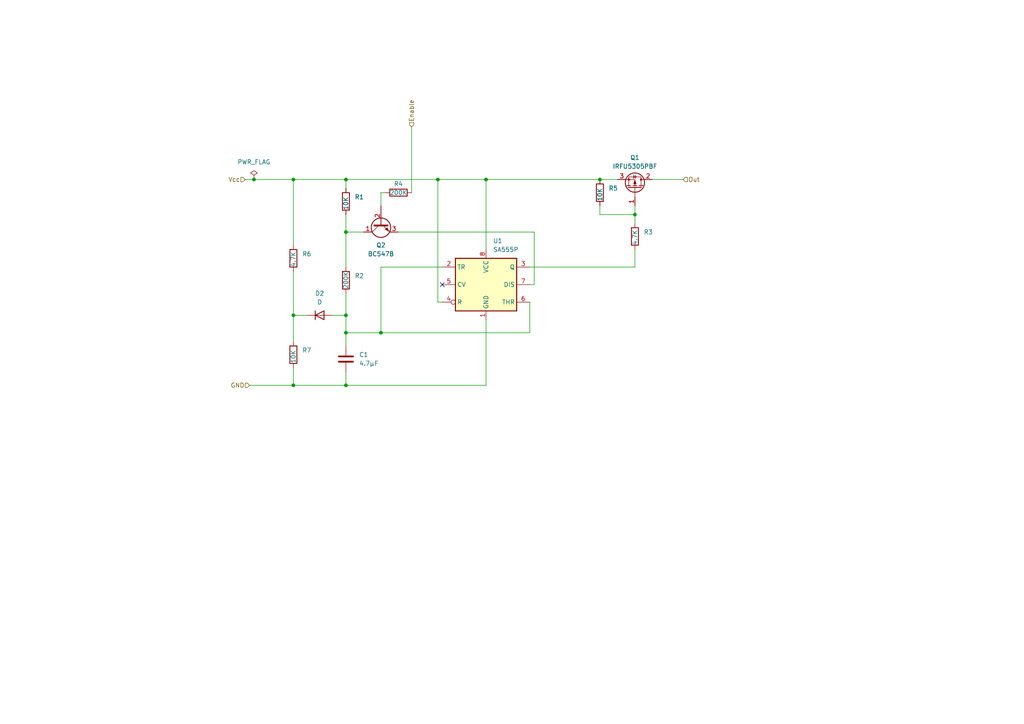
<source format=kicad_sch>
(kicad_sch (version 20211123) (generator eeschema)
  (paper "A4")
  (title_block (title "Module clignotant") (date "2025-01-08") (company "Vélo solaire pour tous") (comment 1 "Licence CERN-OHL-S version 2"))
  (lib_symbols
    (symbol "Device:C" (pin_numbers hide) (pin_names (offset 0.254))
      (property "Reference" "C" (at 0.635 2.54 0))
      (property "Value" "C" (at 0.635 -2.54 0))
      (symbol "C_0_1"
        (polyline (pts (xy -2.032 -0.762) (xy 2.032 -0.762)) (stroke (width 0.508)))
        (polyline (pts (xy -2.032 0.762) (xy 2.032 0.762)) (stroke (width 0.508)))
      )
      (symbol "C_1_1"
        (pin passive line (at 0 3.81 270) (length 2.794) (name "~") (number "1"))
        (pin passive line (at 0 -3.81 90) (length 2.794) (name "~") (number "2"))
      )
    )
    (symbol "Device:D" (pin_numbers hide) (pin_names (offset 1.016) hide)
      (property "Reference" "D" (at 0 2.54 0))
      (property "Value" "D" (at 0 -2.54 0))
      (symbol "D_0_1"
        (polyline (pts (xy -1.27 1.27) (xy -1.27 -1.27)) (stroke (width 0.254)))
        (polyline (pts (xy 1.27 0) (xy -1.27 0)))
        (polyline (pts (xy 1.27 1.27) (xy 1.27 -1.27) (xy -1.27 0) (xy 1.27 1.27)) (stroke (width 0.254)))
      )
      (symbol "D_1_1"
        (pin passive line (at -3.81 0 0) (length 2.54) (name "K") (number "1"))
        (pin passive line (at 3.81 0 180) (length 2.54) (name "A") (number "2"))
      )
    )
    (symbol "Device:Q_NPN_CBE" (pin_names (offset 0) hide)
      (property "Reference" "Q" (at 5.08 1.27 0))
      (property "Value" "Q_NPN_CBE" (at 5.08 -1.27 0))
      (symbol "Q_NPN_CBE_0_1"
        (polyline (pts (xy 0.635 0.635) (xy 2.54 2.54)))
        (polyline (pts (xy 0.635 -0.635) (xy 2.54 -2.54) (xy 2.54 -2.54)))
        (polyline (pts (xy 0.635 1.905) (xy 0.635 -1.905) (xy 0.635 -1.905)) (stroke (width 0.508)))
        (polyline (pts (xy 1.27 -1.778) (xy 1.778 -1.27) (xy 2.286 -2.286) (xy 1.27 -1.778) (xy 1.27 -1.778)) (fill (type outline)))
        (circle (center 1.27 0) (radius 2.8194) (stroke (width 0.254)))
      )
      (symbol "Q_NPN_CBE_1_1"
        (pin passive line (at 2.54 5.08 270) (length 2.54) (name "C") (number "1"))
        (pin input line (at -5.08 0 0) (length 5.715) (name "B") (number "2"))
        (pin passive line (at 2.54 -5.08 90) (length 2.54) (name "E") (number "3"))
      )
    )
    (symbol "Device:R" (pin_numbers hide) (pin_names (offset 0))
      (property "Reference" "R" (at 2.032 0 90))
      (property "Value" "R" (at 0 0 90))
      (symbol "R_0_1"
        (rectangle (start -1.016 -2.54) (end 1.016 2.54) (stroke (width 0.254)))
      )
      (symbol "R_1_1"
        (pin passive line (at 0 3.81 270) (length 1.27) (name "~") (number "1"))
        (pin passive line (at 0 -3.81 90) (length 1.27) (name "~") (number "2"))
      )
    )
    (symbol "Timer:SA555P"
      (property "Reference" "U" (at -10.16 8.89 0))
      (property "Value" "SA555P" (at 2.54 8.89 0))
      (symbol "SA555P_0_0"
        (pin power_in line (at 0 -10.16 90) (length 2.54) (name "GND") (number "1"))
        (pin power_in line (at 0 10.16 270) (length 2.54) (name "VCC") (number "8"))
      )
      (symbol "SA555P_0_1"
        (rectangle (start -8.89 -7.62) (end 8.89 7.62) (stroke (width 0.254)) (fill (type background)))
        (rectangle (start -8.89 -7.62) (end 8.89 7.62) (stroke (width 0.254)) (fill (type background)))
      )
      (symbol "SA555P_1_1"
        (pin input line (at -12.7 5.08 0) (length 3.81) (name "TR") (number "2"))
        (pin output line (at 12.7 5.08 180) (length 3.81) (name "Q") (number "3"))
        (pin input inverted (at -12.7 -5.08 0) (length 3.81) (name "R") (number "4"))
        (pin input line (at -12.7 0 0) (length 3.81) (name "CV") (number "5"))
        (pin input line (at 12.7 -5.08 180) (length 3.81) (name "THR") (number "6"))
        (pin input line (at 12.7 0 180) (length 3.81) (name "DIS") (number "7"))
      )
    )
    (symbol "Transistor_FET:FQP27P06" (pin_names hide)
      (property "Reference" "Q" (at 5.08 1.905 0))
      (property "Value" "FQP27P06" (at 5.08 0 0))
      (symbol "FQP27P06_0_1"
        (polyline (pts (xy 0.254 0) (xy -2.54 0)))
        (polyline (pts (xy 0.254 1.905) (xy 0.254 -1.905)) (stroke (width 0.254)))
        (polyline (pts (xy 0.762 -1.27) (xy 0.762 -2.286)) (stroke (width 0.254)))
        (polyline (pts (xy 0.762 0.508) (xy 0.762 -0.508)) (stroke (width 0.254)))
        (polyline (pts (xy 0.762 2.286) (xy 0.762 1.27)) (stroke (width 0.254)))
        (polyline (pts (xy 2.54 2.54) (xy 2.54 1.778)))
        (polyline (pts (xy 2.54 -2.54) (xy 2.54 0) (xy 0.762 0)))
        (polyline (pts (xy 0.762 1.778) (xy 3.302 1.778) (xy 3.302 -1.778) (xy 0.762 -1.778)))
        (polyline (pts (xy 2.286 0) (xy 1.27 0.381) (xy 1.27 -0.381) (xy 2.286 0)) (fill (type outline)))
        (polyline (pts (xy 2.794 -0.508) (xy 2.921 -0.381) (xy 3.683 -0.381) (xy 3.81 -0.254)))
        (polyline (pts (xy 3.302 -0.381) (xy 2.921 0.254) (xy 3.683 0.254) (xy 3.302 -0.381)))
        (circle (center 1.651 0) (radius 2.794) (stroke (width 0.254)))
        (circle (center 2.54 -1.778) (radius 0.254) (fill (type outline)))
        (circle (center 2.54 1.778) (radius 0.254) (fill (type outline)))
      )
      (symbol "FQP27P06_1_1"
        (pin input line (at -5.08 0 0) (length 2.54) (name "G") (number "1"))
        (pin passive line (at 2.54 5.08 270) (length 2.54) (name "D") (number "2"))
        (pin passive line (at 2.54 -5.08 90) (length 2.54) (name "S") (number "3"))
      )
    )
    (symbol "power:PWR_FLAG" (power) (pin_numbers hide) (pin_names (offset 0) hide)
      (property "Value" "PWR_FLAG" (at 0 3.81 0))
      (symbol "PWR_FLAG_0_0"
        (pin power_out line (at 0 0 90) (length 0) (name "pwr") (number "1"))
      )
      (symbol "PWR_FLAG_0_1"
        (polyline (pts (xy 0 0) (xy 0 1.27) (xy -1.016 1.905) (xy 0 2.54) (xy 1.016 1.905) (xy 0 1.27)))
      )
    )
  )
  (junction (at 100.33 91.44))
  (junction (at 140.97 52.07))
  (junction (at 184.15 62.23))
  (junction (at 100.33 67.31))
  (junction (at 100.33 52.07))
  (junction (at 85.09 91.44))
  (junction (at 173.99 52.07))
  (junction (at 85.09 52.07))
  (junction (at 73.66 52.07))
  (junction (at 127 52.07))
  (junction (at 100.33 111.76))
  (junction (at 85.09 111.76))
  (junction (at 110.49 96.52))
  (junction (at 100.33 96.52))
  (no_connect (at 128.27 82.55))
  (wire (pts (xy 85.09 91.44) (xy 88.9 91.44)))
  (wire (pts (xy 127 52.07) (xy 127 87.63)))
  (wire (pts (xy 140.97 52.07) (xy 140.97 72.39)))
  (wire (pts (xy 111.76 55.88) (xy 110.49 55.88)))
  (wire (pts (xy 140.97 92.71) (xy 140.97 111.76)))
  (wire (pts (xy 128.27 77.47) (xy 110.49 77.47)))
  (wire (pts (xy 85.09 106.68) (xy 85.09 111.76)))
  (wire (pts (xy 140.97 52.07) (xy 173.99 52.07)))
  (wire (pts (xy 153.67 96.52) (xy 110.49 96.52)))
  (wire (pts (xy 100.33 67.31) (xy 100.33 77.47)))
  (wire (pts (xy 189.23 52.07) (xy 198.12 52.07)))
  (wire (pts (xy 153.67 82.55) (xy 154.94 82.55)))
  (wire (pts (xy 100.33 111.76) (xy 100.33 107.95)))
  (wire (pts (xy 100.33 67.31) (xy 105.41 67.31)))
  (wire (pts (xy 110.49 77.47) (xy 110.49 96.52)))
  (wire (pts (xy 119.38 36.83) (xy 119.38 55.88)))
  (wire (pts (xy 85.09 52.07) (xy 85.09 71.12)))
  (wire (pts (xy 100.33 91.44) (xy 100.33 96.52)))
  (wire (pts (xy 100.33 111.76) (xy 140.97 111.76)))
  (wire (pts (xy 153.67 77.47) (xy 184.15 77.47)))
  (wire (pts (xy 71.12 52.07) (xy 73.66 52.07)))
  (wire (pts (xy 184.15 64.77) (xy 184.15 62.23)))
  (wire (pts (xy 128.27 87.63) (xy 127 87.63)))
  (wire (pts (xy 100.33 85.09) (xy 100.33 91.44)))
  (wire (pts (xy 100.33 96.52) (xy 110.49 96.52)))
  (wire (pts (xy 184.15 62.23) (xy 184.15 59.69)))
  (wire (pts (xy 85.09 52.07) (xy 100.33 52.07)))
  (wire (pts (xy 85.09 91.44) (xy 85.09 99.06)))
  (wire (pts (xy 115.57 67.31) (xy 154.94 67.31)))
  (wire (pts (xy 73.66 52.07) (xy 85.09 52.07)))
  (wire (pts (xy 110.49 55.88) (xy 110.49 59.69)))
  (wire (pts (xy 85.09 78.74) (xy 85.09 91.44)))
  (wire (pts (xy 153.67 87.63) (xy 153.67 96.52)))
  (wire (pts (xy 100.33 96.52) (xy 100.33 100.33)))
  (wire (pts (xy 96.52 91.44) (xy 100.33 91.44)))
  (wire (pts (xy 173.99 52.07) (xy 179.07 52.07)))
  (wire (pts (xy 100.33 52.07) (xy 100.33 54.61)))
  (wire (pts (xy 184.15 72.39) (xy 184.15 77.47)))
  (wire (pts (xy 85.09 111.76) (xy 100.33 111.76)))
  (wire (pts (xy 173.99 62.23) (xy 184.15 62.23)))
  (wire (pts (xy 100.33 62.23) (xy 100.33 67.31)))
  (wire (pts (xy 72.39 111.76) (xy 85.09 111.76)))
  (wire (pts (xy 127 52.07) (xy 140.97 52.07)))
  (wire (pts (xy 100.33 52.07) (xy 127 52.07)))
  (wire (pts (xy 173.99 59.69) (xy 173.99 62.23)))
  (wire (pts (xy 154.94 67.31) (xy 154.94 82.55)))
  (hierarchical_label "Out" (shape input) (at 198.12 52.07 0))
  (hierarchical_label "GND" (shape input) (at 72.39 111.76 180))
  (hierarchical_label "Enable" (shape input) (at 119.38 36.83 90))
  (hierarchical_label "Vcc" (shape input) (at 71.12 52.07 180))
  (symbol (lib_id "Device:R") (at 85.09 102.87 0) (unit 1)
    (property "Reference" "R7" (at 87.63 101.5999 0) (effects (justify left)))
    (property "Value" "10K" (at 85.09 105.41 90) (effects (justify left)))
  )
  (symbol (lib_id "Device:R") (at 100.33 81.28 0) (unit 1)
    (property "Reference" "R2" (at 102.87 80.0099 0) (effects (justify left)))
    (property "Value" "200K" (at 100.33 83.82 90) (effects (justify left)))
    (property "Footprint" "Resistor_THT:R_Axial_DIN0207_L6.3mm_D2.5mm_P10.16mm_Horizontal" (effects hide))
  )
  (symbol (lib_id "Timer:SA555P") (at 140.97 82.55 0) (unit 1)
    (property "Reference" "U1" (at 142.9894 69.85 0) (effects (justify left)))
    (property "Value" "SA555P" (at 142.9894 72.39 0) (effects (justify left)))
    (property "Footprint" "Package_DIP:DIP-8_W7.62mm" (effects hide))
    (property "Datasheet" "http://www.ti.com/lit/ds/symlink/ne555.pdf" (effects hide))
  )
  (symbol (lib_id "Device:Q_NPN_CBE") (at 110.49 64.77 90) (mirror x) (unit 1)
    (property "Reference" "Q2" (at 110.49 71.12 90))
    (property "Value" "BC547B" (at 110.49 73.66 90))
    (property "Footprint" "Package_TO_SOT_THT:TO-92L_Inline" (effects hide))
  )
  (symbol (lib_id "Device:R") (at 115.57 55.88 90) (unit 1)
    (property "Reference" "R4" (at 115.57 53.34 90))
    (property "Value" "200K" (at 115.57 55.88 90))
    (property "Footprint" "Resistor_THT:R_Axial_DIN0207_L6.3mm_D2.5mm_P10.16mm_Horizontal" (effects hide))
  )
  (symbol (lib_id "Device:R") (at 100.33 58.42 0) (unit 1)
    (property "Reference" "R1" (at 102.87 57.1499 0) (effects (justify left)))
    (property "Value" "10K" (at 100.33 60.96 90) (effects (justify left)))
    (property "Footprint" "Resistor_THT:R_Axial_DIN0207_L6.3mm_D2.5mm_P10.16mm_Horizontal" (effects hide))
  )
  (symbol (lib_id "Device:R") (at 184.15 68.58 180) (unit 1)
    (property "Reference" "R3" (at 186.69 67.3099 0) (effects (justify right)))
    (property "Value" "4.7K" (at 184.15 71.12 90) (effects (justify right)))
    (property "Footprint" "Resistor_THT:R_Axial_DIN0207_L6.3mm_D2.5mm_P10.16mm_Horizontal" (effects hide))
  )
  (symbol (lib_id "Device:R") (at 85.09 74.93 0) (unit 1)
    (property "Reference" "R6" (at 87.63 73.6599 0) (effects (justify left)))
    (property "Value" "4.7K" (at 85.09 77.47 90) (effects (justify left)))
  )
  (symbol (lib_id "power:PWR_FLAG") (at 73.66 52.07 0) (unit 1)
    (property "Reference" "#FLG0101" (effects hide))
    (property "Value" "PWR_FLAG" (at 73.66 46.99 0))
  )
  (symbol (lib_id "Device:R") (at 173.99 55.88 0) (unit 1)
    (property "Reference" "R5" (at 176.53 54.6099 0) (effects (justify left)))
    (property "Value" "10K" (at 173.99 58.42 90) (effects (justify left)))
    (property "Footprint" "Resistor_THT:R_Axial_DIN0207_L6.3mm_D2.5mm_P10.16mm_Horizontal" (effects hide))
  )
  (symbol (lib_id "Device:D") (at 92.71 91.44 0) (unit 1)
    (property "Reference" "D2" (at 92.71 85.09 0))
    (property "Value" "D" (at 92.71 87.63 0))
  )
  (symbol (lib_id "Transistor_FET:FQP27P06") (at 184.15 54.61 270) (mirror x) (unit 1)
    (property "Reference" "Q1" (at 184.15 45.72 90))
    (property "Value" "IRFU5305PBF" (at 184.15 48.26 90))
    (property "Footprint" "Package_TO_SOT_THT:TO-220-3_Vertical" (effects hide))
    (property "Datasheet" "https://www.onsemi.com/pub/Collateral/FQP27P06-D.PDF" (effects hide))
  )
  (symbol (lib_id "Device:C") (at 100.33 104.14 0) (unit 1)
    (property "Reference" "C1" (at 104.14 102.8699 0) (effects (justify left)))
    (property "Value" "4.7µF" (at 104.14 105.4099 0) (effects (justify left)))
    (property "Footprint" "Capacitor_THT:C_Disc_D4.3mm_W1.9mm_P5.00mm" (effects hide))
  )
)
</source>
